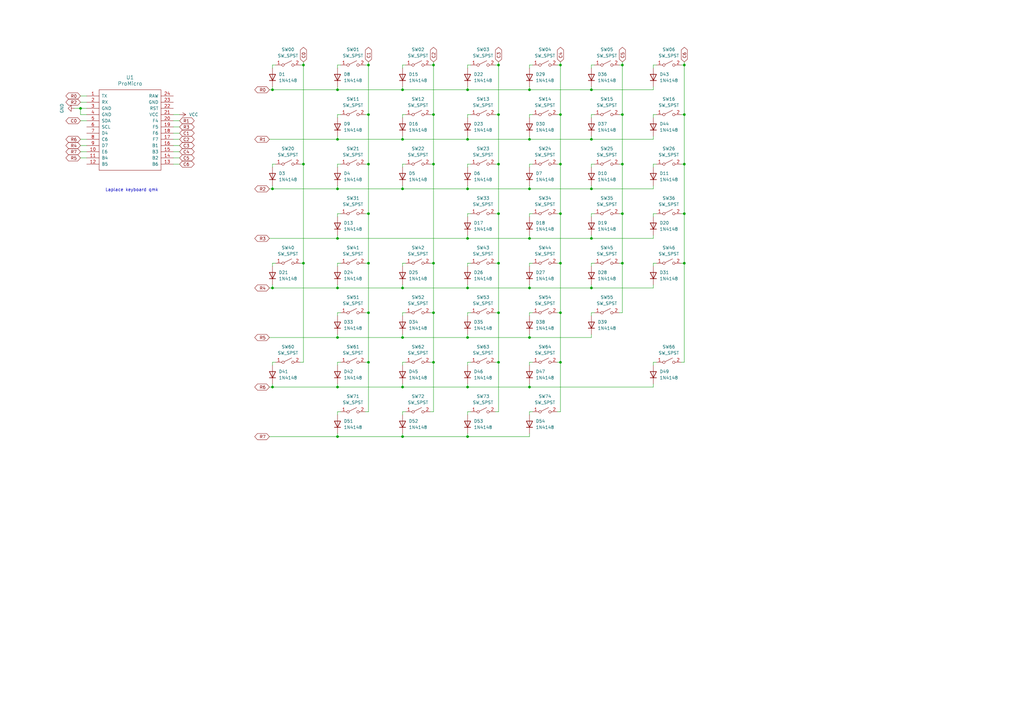
<source format=kicad_sch>
(kicad_sch (version 20230121) (generator eeschema)
  (paper "A3")
  (junction (at 242.57 57.15))
  (junction (at 204.47 128.27))
  (junction (at 165.1 158.75))
  (junction (at 242.57 36.83))
  (junction (at 177.8 46.99))
  (junction (at 280.67 107.95))
  (junction (at 217.17 97.79))
  (junction (at 204.47 46.99))
  (junction (at 242.57 97.79))
  (junction (at 280.67 67.31))
  (junction (at 242.57 77.47))
  (junction (at 111.76 158.75))
  (junction (at 177.8 128.27))
  (junction (at 165.1 36.83))
  (junction (at 124.46 107.95))
  (junction (at 191.77 97.79))
  (junction (at 151.13 107.95))
  (junction (at 138.43 179.07))
  (junction (at 280.67 87.63))
  (junction (at 217.17 118.11))
  (junction (at 255.27 87.63))
  (junction (at 191.77 77.47))
  (junction (at 124.46 26.67))
  (junction (at 229.87 128.27))
  (junction (at 165.1 77.47))
  (junction (at 177.8 148.59))
  (junction (at 151.13 67.31))
  (junction (at 111.76 77.47))
  (junction (at 151.13 128.27))
  (junction (at 151.13 26.67))
  (junction (at 165.1 57.15))
  (junction (at 165.1 118.11))
  (junction (at 124.46 67.31))
  (junction (at 138.43 158.75))
  (junction (at 255.27 26.67))
  (junction (at 242.57 118.11))
  (junction (at 191.77 57.15))
  (junction (at 229.87 148.59))
  (junction (at 33.02 44.45))
  (junction (at 204.47 107.95))
  (junction (at 177.8 67.31))
  (junction (at 229.87 67.31))
  (junction (at 165.1 179.07))
  (junction (at 229.87 46.99))
  (junction (at 217.17 77.47))
  (junction (at 138.43 97.79))
  (junction (at 111.76 36.83))
  (junction (at 177.8 26.67))
  (junction (at 229.87 87.63))
  (junction (at 191.77 158.75))
  (junction (at 217.17 36.83))
  (junction (at 217.17 57.15))
  (junction (at 138.43 57.15))
  (junction (at 151.13 46.99))
  (junction (at 191.77 138.43))
  (junction (at 204.47 26.67))
  (junction (at 138.43 118.11))
  (junction (at 255.27 67.31))
  (junction (at 151.13 148.59))
  (junction (at 255.27 46.99))
  (junction (at 138.43 77.47))
  (junction (at 280.67 26.67))
  (junction (at 204.47 87.63))
  (junction (at 138.43 138.43))
  (junction (at 191.77 118.11))
  (junction (at 138.43 36.83))
  (junction (at 111.76 118.11))
  (junction (at 229.87 107.95))
  (junction (at 191.77 179.07))
  (junction (at 217.17 158.75))
  (junction (at 217.17 138.43))
  (junction (at 204.47 148.59))
  (junction (at 229.87 26.67))
  (junction (at 204.47 67.31))
  (junction (at 151.13 87.63))
  (junction (at 177.8 107.95))
  (junction (at 255.27 107.95))
  (junction (at 165.1 138.43))
  (junction (at 191.77 36.83))
  (junction (at 280.67 46.99))
  (wire (pts (xy 71.12 46.99) (xy 73.66 46.99)))
  (wire (pts (xy 191.77 138.43) (xy 217.17 138.43)))
  (wire (pts (xy 191.77 170.18) (xy 191.77 168.91)))
  (wire (pts (xy 242.57 87.63) (xy 243.84 87.63)))
  (wire (pts (xy 73.66 52.07) (xy 71.12 52.07)))
  (wire (pts (xy 151.13 128.27) (xy 151.13 148.59)))
  (wire (pts (xy 165.1 27.94) (xy 165.1 26.67)))
  (wire (pts (xy 217.17 129.54) (xy 217.17 128.27)))
  (wire (pts (xy 138.43 35.56) (xy 138.43 36.83)))
  (wire (pts (xy 165.1 76.2) (xy 165.1 77.47)))
  (wire (pts (xy 217.17 88.9) (xy 217.17 87.63)))
  (wire (pts (xy 191.77 26.67) (xy 193.04 26.67)))
  (wire (pts (xy 33.02 49.53) (xy 35.56 49.53)))
  (wire (pts (xy 242.57 109.22) (xy 242.57 107.95)))
  (wire (pts (xy 204.47 46.99) (xy 204.47 67.31)))
  (wire (pts (xy 204.47 46.99) (xy 203.2 46.99)))
  (wire (pts (xy 138.43 48.26) (xy 138.43 46.99)))
  (wire (pts (xy 242.57 107.95) (xy 243.84 107.95)))
  (wire (pts (xy 138.43 138.43) (xy 165.1 138.43)))
  (wire (pts (xy 229.87 87.63) (xy 229.87 107.95)))
  (wire (pts (xy 280.67 87.63) (xy 280.67 107.95)))
  (wire (pts (xy 217.17 109.22) (xy 217.17 107.95)))
  (wire (pts (xy 217.17 107.95) (xy 218.44 107.95)))
  (wire (pts (xy 73.66 62.23) (xy 71.12 62.23)))
  (wire (pts (xy 204.47 148.59) (xy 203.2 148.59)))
  (wire (pts (xy 151.13 148.59) (xy 149.86 148.59)))
  (wire (pts (xy 151.13 107.95) (xy 149.86 107.95)))
  (wire (pts (xy 177.8 168.91) (xy 176.53 168.91)))
  (wire (pts (xy 138.43 168.91) (xy 139.7 168.91)))
  (wire (pts (xy 110.49 57.15) (xy 138.43 57.15)))
  (wire (pts (xy 242.57 76.2) (xy 242.57 77.47)))
  (wire (pts (xy 204.47 128.27) (xy 204.47 148.59)))
  (wire (pts (xy 229.87 67.31) (xy 229.87 87.63)))
  (wire (pts (xy 255.27 87.63) (xy 254 87.63)))
  (wire (pts (xy 138.43 57.15) (xy 165.1 57.15)))
  (wire (pts (xy 217.17 77.47) (xy 242.57 77.47)))
  (wire (pts (xy 138.43 179.07) (xy 165.1 179.07)))
  (wire (pts (xy 138.43 148.59) (xy 139.7 148.59)))
  (wire (pts (xy 191.77 46.99) (xy 193.04 46.99)))
  (wire (pts (xy 138.43 88.9) (xy 138.43 87.63)))
  (wire (pts (xy 229.87 67.31) (xy 228.6 67.31)))
  (wire (pts (xy 204.47 87.63) (xy 204.47 107.95)))
  (wire (pts (xy 242.57 118.11) (xy 267.97 118.11)))
  (wire (pts (xy 33.02 59.69) (xy 35.56 59.69)))
  (wire (pts (xy 217.17 157.48) (xy 217.17 158.75)))
  (wire (pts (xy 73.66 59.69) (xy 71.12 59.69)))
  (wire (pts (xy 217.17 55.88) (xy 217.17 57.15)))
  (wire (pts (xy 217.17 118.11) (xy 242.57 118.11)))
  (wire (pts (xy 191.77 157.48) (xy 191.77 158.75)))
  (wire (pts (xy 124.46 67.31) (xy 124.46 107.95)))
  (wire (pts (xy 33.02 39.37) (xy 35.56 39.37)))
  (wire (pts (xy 191.77 148.59) (xy 193.04 148.59)))
  (wire (pts (xy 35.56 46.99) (xy 33.02 46.99)))
  (wire (pts (xy 111.76 148.59) (xy 113.03 148.59)))
  (wire (pts (xy 151.13 46.99) (xy 151.13 67.31)))
  (wire (pts (xy 242.57 57.15) (xy 267.97 57.15)))
  (wire (pts (xy 280.67 46.99) (xy 279.4 46.99)))
  (wire (pts (xy 217.17 35.56) (xy 217.17 36.83)))
  (wire (pts (xy 30.48 44.45) (xy 33.02 44.45)))
  (wire (pts (xy 217.17 158.75) (xy 267.97 158.75)))
  (wire (pts (xy 165.1 128.27) (xy 166.37 128.27)))
  (wire (pts (xy 111.76 157.48) (xy 111.76 158.75)))
  (wire (pts (xy 229.87 107.95) (xy 228.6 107.95)))
  (wire (pts (xy 165.1 158.75) (xy 191.77 158.75)))
  (wire (pts (xy 191.77 87.63) (xy 193.04 87.63)))
  (wire (pts (xy 124.46 67.31) (xy 123.19 67.31)))
  (wire (pts (xy 191.77 129.54) (xy 191.77 128.27)))
  (wire (pts (xy 151.13 25.4) (xy 151.13 26.67)))
  (wire (pts (xy 33.02 44.45) (xy 33.02 46.99)))
  (wire (pts (xy 165.1 116.84) (xy 165.1 118.11)))
  (wire (pts (xy 111.76 76.2) (xy 111.76 77.47)))
  (wire (pts (xy 138.43 96.52) (xy 138.43 97.79)))
  (wire (pts (xy 138.43 97.79) (xy 191.77 97.79)))
  (wire (pts (xy 242.57 46.99) (xy 243.84 46.99)))
  (wire (pts (xy 217.17 36.83) (xy 242.57 36.83)))
  (wire (pts (xy 111.76 67.31) (xy 113.03 67.31)))
  (wire (pts (xy 242.57 96.52) (xy 242.57 97.79)))
  (wire (pts (xy 151.13 128.27) (xy 149.86 128.27)))
  (wire (pts (xy 280.67 107.95) (xy 279.4 107.95)))
  (wire (pts (xy 138.43 27.94) (xy 138.43 26.67)))
  (wire (pts (xy 191.77 109.22) (xy 191.77 107.95)))
  (wire (pts (xy 151.13 87.63) (xy 149.86 87.63)))
  (wire (pts (xy 191.77 168.91) (xy 193.04 168.91)))
  (wire (pts (xy 165.1 107.95) (xy 166.37 107.95)))
  (wire (pts (xy 177.8 26.67) (xy 177.8 46.99)))
  (wire (pts (xy 267.97 116.84) (xy 267.97 118.11)))
  (wire (pts (xy 138.43 149.86) (xy 138.43 148.59)))
  (wire (pts (xy 165.1 170.18) (xy 165.1 168.91)))
  (wire (pts (xy 204.47 26.67) (xy 203.2 26.67)))
  (wire (pts (xy 217.17 148.59) (xy 218.44 148.59)))
  (wire (pts (xy 111.76 26.67) (xy 113.03 26.67)))
  (wire (pts (xy 191.77 158.75) (xy 217.17 158.75)))
  (wire (pts (xy 280.67 107.95) (xy 280.67 148.59)))
  (wire (pts (xy 204.47 26.67) (xy 204.47 46.99)))
  (wire (pts (xy 110.49 97.79) (xy 138.43 97.79)))
  (wire (pts (xy 217.17 128.27) (xy 218.44 128.27)))
  (wire (pts (xy 111.76 27.94) (xy 111.76 26.67)))
  (wire (pts (xy 204.47 128.27) (xy 203.2 128.27)))
  (wire (pts (xy 242.57 48.26) (xy 242.57 46.99)))
  (wire (pts (xy 124.46 26.67) (xy 123.19 26.67)))
  (wire (pts (xy 165.1 36.83) (xy 191.77 36.83)))
  (wire (pts (xy 165.1 138.43) (xy 191.77 138.43)))
  (wire (pts (xy 33.02 41.91) (xy 35.56 41.91)))
  (wire (pts (xy 204.47 67.31) (xy 204.47 87.63)))
  (wire (pts (xy 191.77 137.16) (xy 191.77 138.43)))
  (wire (pts (xy 267.97 157.48) (xy 267.97 158.75)))
  (wire (pts (xy 191.77 48.26) (xy 191.77 46.99)))
  (wire (pts (xy 191.77 77.47) (xy 217.17 77.47)))
  (wire (pts (xy 165.1 177.8) (xy 165.1 179.07)))
  (wire (pts (xy 151.13 87.63) (xy 151.13 107.95)))
  (wire (pts (xy 267.97 67.31) (xy 269.24 67.31)))
  (wire (pts (xy 229.87 168.91) (xy 228.6 168.91)))
  (wire (pts (xy 267.97 68.58) (xy 267.97 67.31)))
  (wire (pts (xy 165.1 57.15) (xy 191.77 57.15)))
  (wire (pts (xy 165.1 168.91) (xy 166.37 168.91)))
  (wire (pts (xy 280.67 26.67) (xy 280.67 46.99)))
  (wire (pts (xy 217.17 57.15) (xy 242.57 57.15)))
  (wire (pts (xy 204.47 67.31) (xy 203.2 67.31)))
  (wire (pts (xy 229.87 46.99) (xy 228.6 46.99)))
  (wire (pts (xy 165.1 46.99) (xy 166.37 46.99)))
  (wire (pts (xy 138.43 116.84) (xy 138.43 118.11)))
  (wire (pts (xy 280.67 67.31) (xy 279.4 67.31)))
  (wire (pts (xy 165.1 137.16) (xy 165.1 138.43)))
  (wire (pts (xy 138.43 107.95) (xy 139.7 107.95)))
  (wire (pts (xy 111.76 36.83) (xy 138.43 36.83)))
  (wire (pts (xy 110.49 36.83) (xy 111.76 36.83)))
  (wire (pts (xy 138.43 109.22) (xy 138.43 107.95)))
  (wire (pts (xy 110.49 179.07) (xy 138.43 179.07)))
  (wire (pts (xy 242.57 36.83) (xy 267.97 36.83)))
  (wire (pts (xy 217.17 48.26) (xy 217.17 46.99)))
  (wire (pts (xy 124.46 148.59) (xy 123.19 148.59)))
  (wire (pts (xy 255.27 46.99) (xy 254 46.99)))
  (wire (pts (xy 229.87 148.59) (xy 229.87 168.91)))
  (wire (pts (xy 151.13 168.91) (xy 149.86 168.91)))
  (wire (pts (xy 124.46 25.4) (xy 124.46 26.67)))
  (wire (pts (xy 111.76 68.58) (xy 111.76 67.31)))
  (wire (pts (xy 267.97 55.88) (xy 267.97 57.15)))
  (wire (pts (xy 217.17 87.63) (xy 218.44 87.63)))
  (wire (pts (xy 229.87 148.59) (xy 228.6 148.59)))
  (wire (pts (xy 151.13 26.67) (xy 149.86 26.67)))
  (wire (pts (xy 255.27 26.67) (xy 255.27 46.99)))
  (wire (pts (xy 229.87 87.63) (xy 228.6 87.63)))
  (wire (pts (xy 138.43 177.8) (xy 138.43 179.07)))
  (wire (pts (xy 217.17 137.16) (xy 217.17 138.43)))
  (wire (pts (xy 110.49 138.43) (xy 138.43 138.43)))
  (wire (pts (xy 242.57 128.27) (xy 243.84 128.27)))
  (wire (pts (xy 229.87 128.27) (xy 229.87 148.59)))
  (wire (pts (xy 204.47 87.63) (xy 203.2 87.63)))
  (wire (pts (xy 255.27 46.99) (xy 255.27 67.31)))
  (wire (pts (xy 217.17 67.31) (xy 218.44 67.31)))
  (wire (pts (xy 217.17 68.58) (xy 217.17 67.31)))
  (wire (pts (xy 138.43 118.11) (xy 165.1 118.11)))
  (wire (pts (xy 33.02 57.15) (xy 35.56 57.15)))
  (wire (pts (xy 73.66 57.15) (xy 71.12 57.15)))
  (wire (pts (xy 280.67 46.99) (xy 280.67 67.31)))
  (wire (pts (xy 267.97 96.52) (xy 267.97 97.79)))
  (wire (pts (xy 267.97 107.95) (xy 269.24 107.95)))
  (wire (pts (xy 191.77 67.31) (xy 193.04 67.31)))
  (wire (pts (xy 165.1 67.31) (xy 166.37 67.31)))
  (wire (pts (xy 124.46 26.67) (xy 124.46 67.31)))
  (wire (pts (xy 267.97 148.59) (xy 269.24 148.59)))
  (wire (pts (xy 177.8 46.99) (xy 177.8 67.31)))
  (wire (pts (xy 110.49 158.75) (xy 111.76 158.75)))
  (wire (pts (xy 177.8 107.95) (xy 176.53 107.95)))
  (wire (pts (xy 267.97 26.67) (xy 269.24 26.67)))
  (wire (pts (xy 165.1 77.47) (xy 191.77 77.47)))
  (wire (pts (xy 165.1 129.54) (xy 165.1 128.27)))
  (wire (pts (xy 255.27 87.63) (xy 255.27 107.95)))
  (wire (pts (xy 191.77 107.95) (xy 193.04 107.95)))
  (wire (pts (xy 138.43 26.67) (xy 139.7 26.67)))
  (wire (pts (xy 177.8 128.27) (xy 177.8 148.59)))
  (wire (pts (xy 177.8 67.31) (xy 176.53 67.31)))
  (wire (pts (xy 177.8 46.99) (xy 176.53 46.99)))
  (wire (pts (xy 242.57 97.79) (xy 267.97 97.79)))
  (wire (pts (xy 267.97 76.2) (xy 267.97 77.47)))
  (wire (pts (xy 229.87 26.67) (xy 229.87 46.99)))
  (wire (pts (xy 191.77 179.07) (xy 217.17 179.07)))
  (wire (pts (xy 110.49 77.47) (xy 111.76 77.47)))
  (wire (pts (xy 255.27 26.67) (xy 254 26.67)))
  (wire (pts (xy 165.1 179.07) (xy 191.77 179.07)))
  (wire (pts (xy 255.27 107.95) (xy 254 107.95)))
  (wire (pts (xy 138.43 157.48) (xy 138.43 158.75)))
  (wire (pts (xy 267.97 149.86) (xy 267.97 148.59)))
  (wire (pts (xy 191.77 55.88) (xy 191.77 57.15)))
  (wire (pts (xy 151.13 148.59) (xy 151.13 168.91)))
  (wire (pts (xy 35.56 44.45) (xy 33.02 44.45)))
  (wire (pts (xy 204.47 107.95) (xy 204.47 128.27)))
  (wire (pts (xy 138.43 46.99) (xy 139.7 46.99)))
  (wire (pts (xy 138.43 55.88) (xy 138.43 57.15)))
  (wire (pts (xy 165.1 48.26) (xy 165.1 46.99)))
  (wire (pts (xy 138.43 129.54) (xy 138.43 128.27)))
  (wire (pts (xy 242.57 129.54) (xy 242.57 128.27)))
  (wire (pts (xy 280.67 148.59) (xy 279.4 148.59)))
  (wire (pts (xy 138.43 76.2) (xy 138.43 77.47)))
  (wire (pts (xy 217.17 76.2) (xy 217.17 77.47)))
  (wire (pts (xy 151.13 26.67) (xy 151.13 46.99)))
  (wire (pts (xy 165.1 35.56) (xy 165.1 36.83)))
  (wire (pts (xy 191.77 177.8) (xy 191.77 179.07)))
  (wire (pts (xy 229.87 26.67) (xy 228.6 26.67)))
  (wire (pts (xy 111.76 77.47) (xy 138.43 77.47)))
  (wire (pts (xy 165.1 118.11) (xy 191.77 118.11)))
  (wire (pts (xy 177.8 26.67) (xy 176.53 26.67)))
  (wire (pts (xy 177.8 148.59) (xy 176.53 148.59)))
  (wire (pts (xy 267.97 46.99) (xy 269.24 46.99)))
  (wire (pts (xy 267.97 109.22) (xy 267.97 107.95)))
  (wire (pts (xy 33.02 62.23) (xy 35.56 62.23)))
  (wire (pts (xy 204.47 148.59) (xy 204.47 168.91)))
  (wire (pts (xy 242.57 55.88) (xy 242.57 57.15)))
  (wire (pts (xy 165.1 26.67) (xy 166.37 26.67)))
  (wire (pts (xy 255.27 107.95) (xy 255.27 128.27)))
  (wire (pts (xy 177.8 25.4) (xy 177.8 26.67)))
  (wire (pts (xy 165.1 157.48) (xy 165.1 158.75)))
  (wire (pts (xy 151.13 67.31) (xy 149.86 67.31)))
  (wire (pts (xy 138.43 36.83) (xy 165.1 36.83)))
  (wire (pts (xy 217.17 168.91) (xy 218.44 168.91)))
  (wire (pts (xy 242.57 68.58) (xy 242.57 67.31)))
  (wire (pts (xy 217.17 149.86) (xy 217.17 148.59)))
  (wire (pts (xy 191.77 128.27) (xy 193.04 128.27)))
  (wire (pts (xy 111.76 116.84) (xy 111.76 118.11)))
  (wire (pts (xy 217.17 170.18) (xy 217.17 168.91)))
  (wire (pts (xy 111.76 109.22) (xy 111.76 107.95)))
  (wire (pts (xy 267.97 27.94) (xy 267.97 26.67)))
  (wire (pts (xy 217.17 27.94) (xy 217.17 26.67)))
  (wire (pts (xy 267.97 48.26) (xy 267.97 46.99)))
  (wire (pts (xy 165.1 109.22) (xy 165.1 107.95)))
  (wire (pts (xy 151.13 67.31) (xy 151.13 87.63)))
  (wire (pts (xy 217.17 26.67) (xy 218.44 26.67)))
  (wire (pts (xy 165.1 68.58) (xy 165.1 67.31)))
  (wire (pts (xy 165.1 55.88) (xy 165.1 57.15)))
  (wire (pts (xy 138.43 77.47) (xy 165.1 77.47)))
  (wire (pts (xy 204.47 168.91) (xy 203.2 168.91)))
  (wire (pts (xy 280.67 67.31) (xy 280.67 87.63)))
  (wire (pts (xy 217.17 97.79) (xy 242.57 97.79)))
  (wire (pts (xy 255.27 67.31) (xy 255.27 87.63)))
  (wire (pts (xy 33.02 64.77) (xy 35.56 64.77)))
  (wire (pts (xy 165.1 149.86) (xy 165.1 148.59)))
  (wire (pts (xy 280.67 26.67) (xy 279.4 26.67)))
  (wire (pts (xy 242.57 77.47) (xy 267.97 77.47)))
  (wire (pts (xy 111.76 158.75) (xy 138.43 158.75)))
  (wire (pts (xy 151.13 107.95) (xy 151.13 128.27)))
  (wire (pts (xy 242.57 137.16) (xy 242.57 138.43)))
  (wire (pts (xy 191.77 118.11) (xy 217.17 118.11)))
  (wire (pts (xy 229.87 128.27) (xy 228.6 128.27)))
  (wire (pts (xy 280.67 87.63) (xy 279.4 87.63)))
  (wire (pts (xy 138.43 137.16) (xy 138.43 138.43)))
  (wire (pts (xy 242.57 67.31) (xy 243.84 67.31)))
  (wire (pts (xy 217.17 138.43) (xy 242.57 138.43)))
  (wire (pts (xy 280.67 25.4) (xy 280.67 26.67)))
  (wire (pts (xy 191.77 149.86) (xy 191.77 148.59)))
  (wire (pts (xy 242.57 88.9) (xy 242.57 87.63)))
  (wire (pts (xy 204.47 25.4) (xy 204.47 26.67)))
  (wire (pts (xy 73.66 67.31) (xy 71.12 67.31)))
  (wire (pts (xy 217.17 116.84) (xy 217.17 118.11)))
  (wire (pts (xy 165.1 148.59) (xy 166.37 148.59)))
  (wire (pts (xy 110.49 118.11) (xy 111.76 118.11)))
  (wire (pts (xy 229.87 107.95) (xy 229.87 128.27)))
  (wire (pts (xy 191.77 36.83) (xy 217.17 36.83)))
  (wire (pts (xy 229.87 46.99) (xy 229.87 67.31)))
  (wire (pts (xy 267.97 35.56) (xy 267.97 36.83)))
  (wire (pts (xy 267.97 88.9) (xy 267.97 87.63)))
  (wire (pts (xy 267.97 87.63) (xy 269.24 87.63)))
  (wire (pts (xy 191.77 116.84) (xy 191.77 118.11)))
  (wire (pts (xy 111.76 35.56) (xy 111.76 36.83)))
  (wire (pts (xy 255.27 67.31) (xy 254 67.31)))
  (wire (pts (xy 217.17 96.52) (xy 217.17 97.79)))
  (wire (pts (xy 138.43 128.27) (xy 139.7 128.27)))
  (wire (pts (xy 191.77 88.9) (xy 191.77 87.63)))
  (wire (pts (xy 217.17 177.8) (xy 217.17 179.07)))
  (wire (pts (xy 191.77 76.2) (xy 191.77 77.47)))
  (wire (pts (xy 138.43 87.63) (xy 139.7 87.63)))
  (wire (pts (xy 177.8 128.27) (xy 176.53 128.27)))
  (wire (pts (xy 177.8 148.59) (xy 177.8 168.91)))
  (wire (pts (xy 138.43 170.18) (xy 138.43 168.91)))
  (wire (pts (xy 255.27 25.4) (xy 255.27 26.67)))
  (wire (pts (xy 138.43 67.31) (xy 139.7 67.31)))
  (wire (pts (xy 111.76 107.95) (xy 113.03 107.95)))
  (wire (pts (xy 191.77 97.79) (xy 217.17 97.79)))
  (wire (pts (xy 242.57 27.94) (xy 242.57 26.67)))
  (wire (pts (xy 111.76 118.11) (xy 138.43 118.11)))
  (wire (pts (xy 73.66 49.53) (xy 71.12 49.53)))
  (wire (pts (xy 191.77 68.58) (xy 191.77 67.31)))
  (wire (pts (xy 191.77 96.52) (xy 191.77 97.79)))
  (wire (pts (xy 217.17 46.99) (xy 218.44 46.99)))
  (wire (pts (xy 177.8 67.31) (xy 177.8 107.95)))
  (wire (pts (xy 229.87 25.4) (xy 229.87 26.67)))
  (wire (pts (xy 191.77 27.94) (xy 191.77 26.67)))
  (wire (pts (xy 242.57 35.56) (xy 242.57 36.83)))
  (wire (pts (xy 111.76 149.86) (xy 111.76 148.59)))
  (wire (pts (xy 255.27 128.27) (xy 254 128.27)))
  (wire (pts (xy 242.57 116.84) (xy 242.57 118.11)))
  (wire (pts (xy 73.66 64.77) (xy 71.12 64.77)))
  (wire (pts (xy 151.13 46.99) (xy 149.86 46.99)))
  (wire (pts (xy 138.43 68.58) (xy 138.43 67.31)))
  (wire (pts (xy 138.43 158.75) (xy 165.1 158.75)))
  (wire (pts (xy 177.8 107.95) (xy 177.8 128.27)))
  (wire (pts (xy 191.77 35.56) (xy 191.77 36.83)))
  (wire (pts (xy 124.46 107.95) (xy 123.19 107.95)))
  (wire (pts (xy 73.66 54.61) (xy 71.12 54.61)))
  (wire (pts (xy 242.57 26.67) (xy 243.84 26.67)))
  (wire (pts (xy 191.77 57.15) (xy 217.17 57.15)))
  (wire (pts (xy 204.47 107.95) (xy 203.2 107.95)))
  (wire (pts (xy 124.46 107.95) (xy 124.46 148.59)))
  (text "Laplace keyboard qmk" (at 43.18 78.74 0) (effects (font (size 1.27 1.27)) (justify left bottom)))
  (global_label "R6" (shape bidirectional) (at 110.49 158.75 180) (property "Intersheetrefs" "${INTERSHEET_REFS}" (effects hide)))
  (global_label "C0" (shape bidirectional) (at 124.46 25.4 90) (property "Intersheetrefs" "${INTERSHEET_REFS}" (effects hide)))
  (global_label "R4" (shape bidirectional) (at 33.02 59.69 180) (property "Intersheetrefs" "${INTERSHEET_REFS}" (effects hide)))
  (global_label "R3" (shape bidirectional) (at 73.66 52.07 0) (property "Intersheetrefs" "${INTERSHEET_REFS}" (effects hide)))
  (global_label "R3" (shape bidirectional) (at 110.49 97.79 180) (property "Intersheetrefs" "${INTERSHEET_REFS}" (effects hide)))
  (global_label "R0" (shape bidirectional) (at 33.02 39.37 180) (property "Intersheetrefs" "${INTERSHEET_REFS}" (effects hide)))
  (global_label "R2" (shape bidirectional) (at 33.02 41.91 180) (property "Intersheetrefs" "${INTERSHEET_REFS}" (effects hide)))
  (global_label "R4" (shape bidirectional) (at 110.49 118.11 180) (property "Intersheetrefs" "${INTERSHEET_REFS}" (effects hide)))
  (global_label "C5" (shape bidirectional) (at 255.27 25.4 90) (property "Intersheetrefs" "${INTERSHEET_REFS}" (effects hide)))
  (global_label "C4" (shape bidirectional) (at 73.66 62.23 0) (property "Intersheetrefs" "${INTERSHEET_REFS}" (effects hide)))
  (global_label "C2" (shape bidirectional) (at 73.66 57.15 0) (property "Intersheetrefs" "${INTERSHEET_REFS}" (effects hide)))
  (global_label "C4" (shape bidirectional) (at 229.87 25.4 90) (property "Intersheetrefs" "${INTERSHEET_REFS}" (effects hide)))
  (global_label "C1" (shape bidirectional) (at 151.13 25.4 90) (property "Intersheetrefs" "${INTERSHEET_REFS}" (effects hide)))
  (global_label "R1" (shape bidirectional) (at 73.66 49.53 0) (property "Intersheetrefs" "${INTERSHEET_REFS}" (effects hide)))
  (global_label "C1" (shape bidirectional) (at 73.66 54.61 0) (property "Intersheetrefs" "${INTERSHEET_REFS}" (effects hide)))
  (global_label "R0" (shape bidirectional) (at 110.49 36.83 180) (property "Intersheetrefs" "${INTERSHEET_REFS}" (effects hide)))
  (global_label "C5" (shape bidirectional) (at 73.66 64.77 0) (property "Intersheetrefs" "${INTERSHEET_REFS}" (effects hide)))
  (global_label "R2" (shape bidirectional) (at 110.49 77.47 180) (property "Intersheetrefs" "${INTERSHEET_REFS}" (effects hide)))
  (global_label "R5" (shape bidirectional) (at 33.02 64.77 180) (property "Intersheetrefs" "${INTERSHEET_REFS}" (effects hide)))
  (global_label "C3" (shape bidirectional) (at 73.66 59.69 0) (property "Intersheetrefs" "${INTERSHEET_REFS}" (effects hide)))
  (global_label "R5" (shape bidirectional) (at 110.49 138.43 180) (property "Intersheetrefs" "${INTERSHEET_REFS}" (effects hide)))
  (global_label "C2" (shape bidirectional) (at 177.8 25.4 90) (property "Intersheetrefs" "${INTERSHEET_REFS}" (effects hide)))
  (global_label "C6" (shape bidirectional) (at 280.67 25.4 90) (property "Intersheetrefs" "${INTERSHEET_REFS}" (effects hide)))
  (global_label "R6" (shape bidirectional) (at 33.02 57.15 180) (property "Intersheetrefs" "${INTERSHEET_REFS}" (effects hide)))
  (global_label "C3" (shape bidirectional) (at 204.47 25.4 90) (property "Intersheetrefs" "${INTERSHEET_REFS}" (effects hide)))
  (global_label "C6" (shape bidirectional) (at 73.66 67.31 0) (property "Intersheetrefs" "${INTERSHEET_REFS}" (effects hide)))
  (global_label "R1" (shape bidirectional) (at 110.49 57.15 180) (property "Intersheetrefs" "${INTERSHEET_REFS}" (effects hide)))
  (global_label "C0" (shape bidirectional) (at 33.02 49.53 180) (property "Intersheetrefs" "${INTERSHEET_REFS}" (effects hide)))
  (global_label "R7" (shape bidirectional) (at 110.49 179.07 180) (property "Intersheetrefs" "${INTERSHEET_REFS}" (effects hide)))
  (global_label "R7" (shape bidirectional) (at 33.02 62.23 180) (property "Intersheetrefs" "${INTERSHEET_REFS}" (effects hide)))
  (symbol (lib_id "Switch:SW_SPST") (at 171.45 107.95 0) (unit 1)
    (property "Reference" "SW42" (at 171.45 101.6 0))
    (property "Value" "SW_SPST" (at 171.45 104.14 0))
    (property "Footprint" "MyLibrary:SW_Cherry_MX_PCB" (effects hide))
  )
  (symbol (lib_id "Diode:1N4148") (at 242.57 72.39 90) (unit 1)
    (property "Reference" "D10" (at 245.11 71.12 90) (effects (justify right)))
    (property "Value" "1N4148" (at 245.11 73.66 90) (effects (justify right)))
    (property "Footprint" "Diode_THT:D_DO-35_SOD27_P7.62mm_Horizontal" (effects hide))
    (property "Datasheet" "https://assets.nexperia.com/documents/data-sheet/1N4148_1N4448.pdf" (effects hide))
    (property "Sim.Device" "D" (effects hide))
    (property "Sim.Pins" "1=K 2=A" (effects hide))
  )
  (symbol (lib_id "Switch:SW_SPST") (at 248.92 26.67 0) (unit 1)
    (property "Reference" "SW05" (at 248.92 20.32 0))
    (property "Value" "SW_SPST" (at 248.92 22.86 0))
    (property "Footprint" "MyLibrary:SW_Cherry_MX_PCB" (effects hide))
  )
  (symbol (lib_id "Switch:SW_SPST") (at 198.12 107.95 0) (unit 1)
    (property "Reference" "SW43" (at 198.12 101.6 0))
    (property "Value" "SW_SPST" (at 198.12 104.14 0))
    (property "Footprint" "MyLibrary:SW_Cherry_MX_PCB" (effects hide))
  )
  (symbol (lib_id "Switch:SW_SPST") (at 171.45 168.91 0) (unit 1)
    (property "Reference" "SW72" (at 171.45 162.56 0))
    (property "Value" "SW_SPST" (at 171.45 165.1 0))
    (property "Footprint" "MyLibrary:SW_Cherry_MX_PCB" (effects hide))
  )
  (symbol (lib_id "Diode:1N4148") (at 191.77 153.67 90) (unit 1)
    (property "Reference" "D46" (at 194.31 152.4 90) (effects (justify right)))
    (property "Value" "1N4148" (at 194.31 154.94 90) (effects (justify right)))
    (property "Footprint" "Diode_THT:D_DO-35_SOD27_P7.62mm_Horizontal" (effects hide))
    (property "Datasheet" "https://assets.nexperia.com/documents/data-sheet/1N4148_1N4448.pdf" (effects hide))
    (property "Sim.Device" "D" (effects hide))
    (property "Sim.Pins" "1=K 2=A" (effects hide))
  )
  (symbol (lib_id "Switch:SW_SPST") (at 144.78 87.63 0) (unit 1)
    (property "Reference" "SW31" (at 144.78 81.28 0))
    (property "Value" "SW_SPST" (at 144.78 83.82 0))
    (property "Footprint" "MyLibrary:SW_Cherry_MX_PCB" (effects hide))
  )
  (symbol (lib_id "Switch:SW_SPST") (at 248.92 46.99 0) (unit 1)
    (property "Reference" "SW15" (at 248.92 40.64 0))
    (property "Value" "SW_SPST" (at 248.92 43.18 0))
    (property "Footprint" "MyLibrary:SW_Cherry_MX_PCB" (effects hide))
  )
  (symbol (lib_id "Switch:SW_SPST") (at 144.78 67.31 0) (unit 1)
    (property "Reference" "SW21" (at 144.78 60.96 0))
    (property "Value" "SW_SPST" (at 144.78 63.5 0))
    (property "Footprint" "MyLibrary:SW_Cherry_MX_PCB" (effects hide))
  )
  (symbol (lib_id "Switch:SW_SPST") (at 198.12 46.99 0) (unit 1)
    (property "Reference" "SW13" (at 198.12 40.64 0))
    (property "Value" "SW_SPST" (at 198.12 43.18 0))
    (property "Footprint" "MyLibrary:SW_Cherry_MX_PCB" (effects hide))
  )
  (symbol (lib_id "Switch:SW_SPST") (at 248.92 87.63 0) (unit 1)
    (property "Reference" "SW35" (at 248.92 81.28 0))
    (property "Value" "SW_SPST" (at 248.92 83.82 0))
    (property "Footprint" "MyLibrary:SW_Cherry_MX_PCB" (effects hide))
  )
  (symbol (lib_id "Diode:1N4148") (at 191.77 72.39 90) (unit 1)
    (property "Reference" "D6" (at 194.31 71.12 90) (effects (justify right)))
    (property "Value" "1N4148" (at 194.31 73.66 90) (effects (justify right)))
    (property "Footprint" "Diode_THT:D_DO-35_SOD27_P7.62mm_Horizontal" (effects hide))
    (property "Datasheet" "https://assets.nexperia.com/documents/data-sheet/1N4148_1N4448.pdf" (effects hide))
    (property "Sim.Device" "D" (effects hide))
    (property "Sim.Pins" "1=K 2=A" (effects hide))
  )
  (symbol (lib_id "Diode:1N4148") (at 138.43 133.35 90) (unit 1)
    (property "Reference" "D33" (at 140.97 132.08 90) (effects (justify right)))
    (property "Value" "1N4148" (at 140.97 134.62 90) (effects (justify right)))
    (property "Footprint" "Diode_THT:D_DO-35_SOD27_P7.62mm_Horizontal" (effects hide))
    (property "Datasheet" "https://assets.nexperia.com/documents/data-sheet/1N4148_1N4448.pdf" (effects hide))
    (property "Sim.Device" "D" (effects hide))
    (property "Sim.Pins" "1=K 2=A" (effects hide))
  )
  (symbol (lib_id "Diode:1N4148") (at 191.77 52.07 90) (unit 1)
    (property "Reference" "D23" (at 194.31 50.8 90) (effects (justify right)))
    (property "Value" "1N4148" (at 194.31 53.34 90) (effects (justify right)))
    (property "Footprint" "Diode_THT:D_DO-35_SOD27_P7.62mm_Horizontal" (effects hide))
    (property "Datasheet" "https://assets.nexperia.com/documents/data-sheet/1N4148_1N4448.pdf" (effects hide))
    (property "Sim.Device" "D" (effects hide))
    (property "Sim.Pins" "1=K 2=A" (effects hide))
  )
  (symbol (lib_id "Switch:SW_SPST") (at 274.32 87.63 0) (unit 1)
    (property "Reference" "SW36" (at 274.32 81.28 0))
    (property "Value" "SW_SPST" (at 274.32 83.82 0))
    (property "Footprint" "MyLibrary:SW_Cherry_MX_PCB" (effects hide))
  )
  (symbol (lib_id "Diode:1N4148") (at 138.43 92.71 90) (unit 1)
    (property "Reference" "D13" (at 140.97 91.44 90) (effects (justify right)))
    (property "Value" "1N4148" (at 140.97 93.98 90) (effects (justify right)))
    (property "Footprint" "Diode_THT:D_DO-35_SOD27_P7.62mm_Horizontal" (effects hide))
    (property "Datasheet" "https://assets.nexperia.com/documents/data-sheet/1N4148_1N4448.pdf" (effects hide))
    (property "Sim.Device" "D" (effects hide))
    (property "Sim.Pins" "1=K 2=A" (effects hide))
  )
  (symbol (lib_id "Switch:SW_SPST") (at 223.52 67.31 0) (unit 1)
    (property "Reference" "SW24" (at 223.52 60.96 0))
    (property "Value" "SW_SPST" (at 223.52 63.5 0))
    (property "Footprint" "MyLibrary:SW_Cherry_MX_PCB" (effects hide))
  )
  (symbol (lib_id "Switch:SW_SPST") (at 248.92 128.27 0) (unit 1)
    (property "Reference" "SW55" (at 248.92 121.92 0))
    (property "Value" "SW_SPST" (at 248.92 124.46 0))
    (property "Footprint" "MyLibrary:SW_Cherry_MX_PCB" (effects hide))
  )
  (symbol (lib_id "Switch:SW_SPST") (at 171.45 128.27 0) (unit 1)
    (property "Reference" "SW52" (at 171.45 121.92 0))
    (property "Value" "SW_SPST" (at 171.45 124.46 0))
    (property "Footprint" "MyLibrary:SW_Cherry_MX_PCB" (effects hide))
  )
  (symbol (lib_id "Diode:1N4148") (at 165.1 52.07 90) (unit 1)
    (property "Reference" "D16" (at 167.64 50.8 90) (effects (justify right)))
    (property "Value" "1N4148" (at 167.64 53.34 90) (effects (justify right)))
    (property "Footprint" "Diode_THT:D_DO-35_SOD27_P7.62mm_Horizontal" (effects hide))
    (property "Datasheet" "https://assets.nexperia.com/documents/data-sheet/1N4148_1N4448.pdf" (effects hide))
    (property "Sim.Device" "D" (effects hide))
    (property "Sim.Pins" "1=K 2=A" (effects hide))
  )
  (symbol (lib_id "Switch:SW_SPST") (at 274.32 26.67 0) (unit 1)
    (property "Reference" "SW06" (at 274.32 20.32 0))
    (property "Value" "SW_SPST" (at 274.32 22.86 0))
    (property "Footprint" "MyLibrary:SW_Cherry_MX_PCB" (effects hide))
  )
  (symbol (lib_id "Diode:1N4148") (at 217.17 173.99 90) (unit 1)
    (property "Reference" "D54" (at 219.71 172.72 90) (effects (justify right)))
    (property "Value" "1N4148" (at 219.71 175.26 90) (effects (justify right)))
    (property "Footprint" "Diode_THT:D_DO-35_SOD27_P7.62mm_Horizontal" (effects hide))
    (property "Datasheet" "https://assets.nexperia.com/documents/data-sheet/1N4148_1N4448.pdf" (effects hide))
    (property "Sim.Device" "D" (effects hide))
    (property "Sim.Pins" "1=K 2=A" (effects hide))
  )
  (symbol (lib_id "Switch:SW_SPST") (at 144.78 46.99 0) (unit 1)
    (property "Reference" "SW11" (at 144.78 40.64 0))
    (property "Value" "SW_SPST" (at 144.78 43.18 0))
    (property "Footprint" "MyLibrary:SW_Cherry_MX_PCB" (effects hide))
  )
  (symbol (lib_id "Switch:SW_SPST") (at 198.12 128.27 0) (unit 1)
    (property "Reference" "SW53" (at 198.12 121.92 0))
    (property "Value" "SW_SPST" (at 198.12 124.46 0))
    (property "Footprint" "MyLibrary:SW_Cherry_MX_PCB" (effects hide))
  )
  (symbol (lib_id "Switch:SW_SPST") (at 223.52 107.95 0) (unit 1)
    (property "Reference" "SW44" (at 223.52 101.6 0))
    (property "Value" "SW_SPST" (at 223.52 104.14 0))
    (property "Footprint" "MyLibrary:SW_Cherry_MX_PCB" (effects hide))
  )
  (symbol (lib_id "Diode:1N4148") (at 242.57 92.71 90) (unit 1)
    (property "Reference" "D19" (at 245.11 91.44 90) (effects (justify right)))
    (property "Value" "1N4148" (at 245.11 93.98 90) (effects (justify right)))
    (property "Footprint" "Diode_THT:D_DO-35_SOD27_P7.62mm_Horizontal" (effects hide))
    (property "Datasheet" "https://assets.nexperia.com/documents/data-sheet/1N4148_1N4448.pdf" (effects hide))
    (property "Sim.Device" "D" (effects hide))
    (property "Sim.Pins" "1=K 2=A" (effects hide))
  )
  (symbol (lib_id "Diode:1N4148") (at 217.17 113.03 90) (unit 1)
    (property "Reference" "D27" (at 219.71 111.76 90) (effects (justify right)))
    (property "Value" "1N4148" (at 219.71 114.3 90) (effects (justify right)))
    (property "Footprint" "Diode_THT:D_DO-35_SOD27_P7.62mm_Horizontal" (effects hide))
    (property "Datasheet" "https://assets.nexperia.com/documents/data-sheet/1N4148_1N4448.pdf" (effects hide))
    (property "Sim.Device" "D" (effects hide))
    (property "Sim.Pins" "1=K 2=A" (effects hide))
  )
  (symbol (lib_id "Diode:1N4148") (at 191.77 113.03 90) (unit 1)
    (property "Reference" "D26" (at 194.31 111.76 90) (effects (justify right)))
    (property "Value" "1N4148" (at 194.31 114.3 90) (effects (justify right)))
    (property "Footprint" "Diode_THT:D_DO-35_SOD27_P7.62mm_Horizontal" (effects hide))
    (property "Datasheet" "https://assets.nexperia.com/documents/data-sheet/1N4148_1N4448.pdf" (effects hide))
    (property "Sim.Device" "D" (effects hide))
    (property "Sim.Pins" "1=K 2=A" (effects hide))
  )
  (symbol (lib_id "Diode:1N4148") (at 242.57 133.35 90) (unit 1)
    (property "Reference" "D39" (at 245.11 132.08 90) (effects (justify right)))
    (property "Value" "1N4148" (at 245.11 134.62 90) (effects (justify right)))
    (property "Footprint" "Diode_THT:D_DO-35_SOD27_P7.62mm_Horizontal" (effects hide))
    (property "Datasheet" "https://assets.nexperia.com/documents/data-sheet/1N4148_1N4448.pdf" (effects hide))
    (property "Sim.Device" "D" (effects hide))
    (property "Sim.Pins" "1=K 2=A" (effects hide))
  )
  (symbol (lib_id "Switch:SW_SPST") (at 198.12 67.31 0) (unit 1)
    (property "Reference" "SW23" (at 198.12 60.96 0))
    (property "Value" "SW_SPST" (at 198.12 63.5 0))
    (property "Footprint" "MyLibrary:SW_Cherry_MX_PCB" (effects hide))
  )
  (symbol (lib_id "Diode:1N4148") (at 191.77 173.99 90) (unit 1)
    (property "Reference" "D53" (at 194.31 172.72 90) (effects (justify right)))
    (property "Value" "1N4148" (at 194.31 175.26 90) (effects (justify right)))
    (property "Footprint" "Diode_THT:D_DO-35_SOD27_P7.62mm_Horizontal" (effects hide))
    (property "Datasheet" "https://assets.nexperia.com/documents/data-sheet/1N4148_1N4448.pdf" (effects hide))
    (property "Sim.Device" "D" (effects hide))
    (property "Sim.Pins" "1=K 2=A" (effects hide))
  )
  (symbol (lib_id "Switch:SW_SPST") (at 274.32 107.95 0) (unit 1)
    (property "Reference" "SW46" (at 274.32 101.6 0))
    (property "Value" "SW_SPST" (at 274.32 104.14 0))
    (property "Footprint" "MyLibrary:SW_Cherry_MX_PCB" (effects hide))
  )
  (symbol (lib_id "Diode:1N4148") (at 165.1 153.67 90) (unit 1)
    (property "Reference" "D45" (at 167.64 152.4 90) (effects (justify right)))
    (property "Value" "1N4148" (at 167.64 154.94 90) (effects (justify right)))
    (property "Footprint" "Diode_THT:D_DO-35_SOD27_P7.62mm_Horizontal" (effects hide))
    (property "Datasheet" "https://assets.nexperia.com/documents/data-sheet/1N4148_1N4448.pdf" (effects hide))
    (property "Sim.Device" "D" (effects hide))
    (property "Sim.Pins" "1=K 2=A" (effects hide))
  )
  (symbol (lib_id "Diode:1N4148") (at 267.97 72.39 90) (unit 1)
    (property "Reference" "D11" (at 270.51 71.12 90) (effects (justify right)))
    (property "Value" "1N4148" (at 270.51 73.66 90) (effects (justify right)))
    (property "Footprint" "Diode_THT:D_DO-35_SOD27_P7.62mm_Horizontal" (effects hide))
    (property "Datasheet" "https://assets.nexperia.com/documents/data-sheet/1N4148_1N4448.pdf" (effects hide))
    (property "Sim.Device" "D" (effects hide))
    (property "Sim.Pins" "1=K 2=A" (effects hide))
  )
  (symbol (lib_id "Diode:1N4148") (at 267.97 153.67 90) (unit 1)
    (property "Reference" "D49" (at 270.51 152.4 90) (effects (justify right)))
    (property "Value" "1N4148" (at 270.51 154.94 90) (effects (justify right)))
    (property "Footprint" "Diode_THT:D_DO-35_SOD27_P7.62mm_Horizontal" (effects hide))
    (property "Datasheet" "https://assets.nexperia.com/documents/data-sheet/1N4148_1N4448.pdf" (effects hide))
    (property "Sim.Device" "D" (effects hide))
    (property "Sim.Pins" "1=K 2=A" (effects hide))
  )
  (symbol (lib_id "Diode:1N4148") (at 165.1 72.39 90) (unit 1)
    (property "Reference" "D5" (at 167.64 71.12 90) (effects (justify right)))
    (property "Value" "1N4148" (at 167.64 73.66 90) (effects (justify right)))
    (property "Footprint" "Diode_THT:D_DO-35_SOD27_P7.62mm_Horizontal" (effects hide))
    (property "Datasheet" "https://assets.nexperia.com/documents/data-sheet/1N4148_1N4448.pdf" (effects hide))
    (property "Sim.Device" "D" (effects hide))
    (property "Sim.Pins" "1=K 2=A" (effects hide))
  )
  (symbol (lib_id "Diode:1N4148") (at 111.76 31.75 90) (unit 1)
    (property "Reference" "D1" (at 114.3 30.48 90) (effects (justify right)))
    (property "Value" "1N4148" (at 114.3 33.02 90) (effects (justify right)))
    (property "Footprint" "Diode_THT:D_DO-35_SOD27_P7.62mm_Horizontal" (effects hide))
    (property "Datasheet" "https://assets.nexperia.com/documents/data-sheet/1N4148_1N4448.pdf" (effects hide))
    (property "Sim.Device" "D" (effects hide))
    (property "Sim.Pins" "1=K 2=A" (effects hide))
  )
  (symbol (lib_id "Switch:SW_SPST") (at 118.11 107.95 0) (unit 1)
    (property "Reference" "SW40" (at 118.11 101.6 0))
    (property "Value" "SW_SPST" (at 118.11 104.14 0))
    (property "Footprint" "MyLibrary:SW_Cherry_MX_PCB" (effects hide))
  )
  (symbol (lib_id "Diode:1N4148") (at 217.17 133.35 90) (unit 1)
    (property "Reference" "D38" (at 219.71 132.08 90) (effects (justify right)))
    (property "Value" "1N4148" (at 219.71 134.62 90) (effects (justify right)))
    (property "Footprint" "Diode_THT:D_DO-35_SOD27_P7.62mm_Horizontal" (effects hide))
    (property "Datasheet" "https://assets.nexperia.com/documents/data-sheet/1N4148_1N4448.pdf" (effects hide))
    (property "Sim.Device" "D" (effects hide))
    (property "Sim.Pins" "1=K 2=A" (effects hide))
  )
  (symbol (lib_id "power:VCC") (at 73.66 46.99 270) (unit 1)
    (property "Reference" "#PWR02" (effects hide))
    (property "Value" "VCC" (at 77.47 46.99 90) (effects (justify left)))
  )
  (symbol (lib_id "Switch:SW_SPST") (at 144.78 128.27 0) (unit 1)
    (property "Reference" "SW51" (at 144.78 121.92 0))
    (property "Value" "SW_SPST" (at 144.78 124.46 0))
    (property "Footprint" "MyLibrary:SW_Cherry_MX_PCB" (effects hide))
  )
  (symbol (lib_id "Diode:1N4148") (at 138.43 52.07 90) (unit 1)
    (property "Reference" "D9" (at 140.97 50.8 90) (effects (justify right)))
    (property "Value" "1N4148" (at 140.97 53.34 90) (effects (justify right)))
    (property "Footprint" "Diode_THT:D_DO-35_SOD27_P7.62mm_Horizontal" (effects hide))
    (property "Datasheet" "https://assets.nexperia.com/documents/data-sheet/1N4148_1N4448.pdf" (effects hide))
    (property "Sim.Device" "D" (effects hide))
    (property "Sim.Pins" "1=K 2=A" (effects hide))
  )
  (symbol (lib_id "Diode:1N4148") (at 111.76 153.67 90) (unit 1)
    (property "Reference" "D41" (at 114.3 152.4 90) (effects (justify right)))
    (property "Value" "1N4148" (at 114.3 154.94 90) (effects (justify right)))
    (property "Footprint" "Diode_THT:D_DO-35_SOD27_P7.62mm_Horizontal" (effects hide))
    (property "Datasheet" "https://assets.nexperia.com/documents/data-sheet/1N4148_1N4448.pdf" (effects hide))
    (property "Sim.Device" "D" (effects hide))
    (property "Sim.Pins" "1=K 2=A" (effects hide))
  )
  (symbol (lib_id "Diode:1N4148") (at 217.17 153.67 90) (unit 1)
    (property "Reference" "D47" (at 219.71 152.4 90) (effects (justify right)))
    (property "Value" "1N4148" (at 219.71 154.94 90) (effects (justify right)))
    (property "Footprint" "Diode_THT:D_DO-35_SOD27_P7.62mm_Horizontal" (effects hide))
    (property "Datasheet" "https://assets.nexperia.com/documents/data-sheet/1N4148_1N4448.pdf" (effects hide))
    (property "Sim.Device" "D" (effects hide))
    (property "Sim.Pins" "1=K 2=A" (effects hide))
  )
  (symbol (lib_id "Switch:SW_SPST") (at 118.11 148.59 0) (unit 1)
    (property "Reference" "SW60" (at 118.11 142.24 0))
    (property "Value" "SW_SPST" (at 118.11 144.78 0))
    (property "Footprint" "MyLibrary:SW_Cherry_MX_PCB" (effects hide))
  )
  (symbol (lib_id "Diode:1N4148") (at 191.77 92.71 90) (unit 1)
    (property "Reference" "D17" (at 194.31 91.44 90) (effects (justify right)))
    (property "Value" "1N4148" (at 194.31 93.98 90) (effects (justify right)))
    (property "Footprint" "Diode_THT:D_DO-35_SOD27_P7.62mm_Horizontal" (effects hide))
    (property "Datasheet" "https://assets.nexperia.com/documents/data-sheet/1N4148_1N4448.pdf" (effects hide))
    (property "Sim.Device" "D" (effects hide))
    (property "Sim.Pins" "1=K 2=A" (effects hide))
  )
  (symbol (lib_id "Switch:SW_SPST") (at 118.11 67.31 0) (unit 1)
    (property "Reference" "SW20" (at 118.11 60.96 0))
    (property "Value" "SW_SPST" (at 118.11 63.5 0))
    (property "Footprint" "MyLibrary:SW_Cherry_MX_PCB" (effects hide))
  )
  (symbol (lib_id "Switch:SW_SPST") (at 118.11 26.67 0) (unit 1)
    (property "Reference" "SW00" (at 118.11 20.32 0))
    (property "Value" "SW_SPST" (at 118.11 22.86 0))
    (property "Footprint" "MyLibrary:SW_Cherry_MX_PCB" (effects hide))
  )
  (symbol (lib_id "Diode:1N4148") (at 165.1 113.03 90) (unit 1)
    (property "Reference" "D25" (at 167.64 111.76 90) (effects (justify right)))
    (property "Value" "1N4148" (at 167.64 114.3 90) (effects (justify right)))
    (property "Footprint" "Diode_THT:D_DO-35_SOD27_P7.62mm_Horizontal" (effects hide))
    (property "Datasheet" "https://assets.nexperia.com/documents/data-sheet/1N4148_1N4448.pdf" (effects hide))
    (property "Sim.Device" "D" (effects hide))
    (property "Sim.Pins" "1=K 2=A" (effects hide))
  )
  (symbol (lib_id "Diode:1N4148") (at 138.43 153.67 90) (unit 1)
    (property "Reference" "D42" (at 140.97 152.4 90) (effects (justify right)))
    (property "Value" "1N4148" (at 140.97 154.94 90) (effects (justify right)))
    (property "Footprint" "Diode_THT:D_DO-35_SOD27_P7.62mm_Horizontal" (effects hide))
    (property "Datasheet" "https://assets.nexperia.com/documents/data-sheet/1N4148_1N4448.pdf" (effects hide))
    (property "Sim.Device" "D" (effects hide))
    (property "Sim.Pins" "1=K 2=A" (effects hide))
  )
  (symbol (lib_id "Diode:1N4148") (at 138.43 113.03 90) (unit 1)
    (property "Reference" "D24" (at 140.97 111.76 90) (effects (justify right)))
    (property "Value" "1N4148" (at 140.97 114.3 90) (effects (justify right)))
    (property "Footprint" "Diode_THT:D_DO-35_SOD27_P7.62mm_Horizontal" (effects hide))
    (property "Datasheet" "https://assets.nexperia.com/documents/data-sheet/1N4148_1N4448.pdf" (effects hide))
    (property "Sim.Device" "D" (effects hide))
    (property "Sim.Pins" "1=K 2=A" (effects hide))
  )
  (symbol (lib_id "Diode:1N4148") (at 267.97 113.03 90) (unit 1)
    (property "Reference" "D31" (at 270.51 111.76 90) (effects (justify right)))
    (property "Value" "1N4148" (at 270.51 114.3 90) (effects (justify right)))
    (property "Footprint" "Diode_THT:D_DO-35_SOD27_P7.62mm_Horizontal" (effects hide))
    (property "Datasheet" "https://assets.nexperia.com/documents/data-sheet/1N4148_1N4448.pdf" (effects hide))
    (property "Sim.Device" "D" (effects hide))
    (property "Sim.Pins" "1=K 2=A" (effects hide))
  )
  (symbol (lib_id "Diode:1N4148") (at 217.17 52.07 90) (unit 1)
    (property "Reference" "D30" (at 219.71 50.8 90) (effects (justify right)))
    (property "Value" "1N4148" (at 219.71 53.34 90) (effects (justify right)))
    (property "Footprint" "Diode_THT:D_DO-35_SOD27_P7.62mm_Horizontal" (effects hide))
    (property "Datasheet" "https://assets.nexperia.com/documents/data-sheet/1N4148_1N4448.pdf" (effects hide))
    (property "Sim.Device" "D" (effects hide))
    (property "Sim.Pins" "1=K 2=A" (effects hide))
  )
  (symbol (lib_id "Switch:SW_SPST") (at 223.52 168.91 0) (unit 1)
    (property "Reference" "SW74" (at 223.52 162.56 0))
    (property "Value" "SW_SPST" (at 223.52 165.1 0))
    (property "Footprint" "MyLibrary:SW_Cherry_MX_PCB" (effects hide))
  )
  (symbol (lib_id "Diode:1N4148") (at 165.1 133.35 90) (unit 1)
    (property "Reference" "D34" (at 167.64 132.08 90) (effects (justify right)))
    (property "Value" "1N4148" (at 167.64 134.62 90) (effects (justify right)))
    (property "Footprint" "Diode_THT:D_DO-35_SOD27_P7.62mm_Horizontal" (effects hide))
    (property "Datasheet" "https://assets.nexperia.com/documents/data-sheet/1N4148_1N4448.pdf" (effects hide))
    (property "Sim.Device" "D" (effects hide))
    (property "Sim.Pins" "1=K 2=A" (effects hide))
  )
  (symbol (lib_id "Switch:SW_SPST") (at 223.52 148.59 0) (unit 1)
    (property "Reference" "SW64" (at 223.52 142.24 0))
    (property "Value" "SW_SPST" (at 223.52 144.78 0))
    (property "Footprint" "MyLibrary:SW_Cherry_MX_PCB" (effects hide))
  )
  (symbol (lib_id "Switch:SW_SPST") (at 223.52 87.63 0) (unit 1)
    (property "Reference" "SW34" (at 223.52 81.28 0))
    (property "Value" "SW_SPST" (at 223.52 83.82 0))
    (property "Footprint" "MyLibrary:SW_Cherry_MX_PCB" (effects hide))
  )
  (symbol (lib_id "Switch:SW_SPST") (at 171.45 26.67 0) (unit 1)
    (property "Reference" "SW02" (at 171.45 20.32 0))
    (property "Value" "SW_SPST" (at 171.45 22.86 0))
    (property "Footprint" "MyLibrary:SW_Cherry_MX_PCB" (effects hide))
  )
  (symbol (lib_id "Switch:SW_SPST") (at 198.12 87.63 0) (unit 1)
    (property "Reference" "SW33" (at 198.12 81.28 0))
    (property "Value" "SW_SPST" (at 198.12 83.82 0))
    (property "Footprint" "MyLibrary:SW_Cherry_MX_PCB" (effects hide))
  )
  (symbol (lib_id "Diode:1N4148") (at 111.76 113.03 90) (unit 1)
    (property "Reference" "D21" (at 114.3 111.76 90) (effects (justify right)))
    (property "Value" "1N4148" (at 114.3 114.3 90) (effects (justify right)))
    (property "Footprint" "Diode_THT:D_DO-35_SOD27_P7.62mm_Horizontal" (effects hide))
    (property "Datasheet" "https://assets.nexperia.com/documents/data-sheet/1N4148_1N4448.pdf" (effects hide))
    (property "Sim.Device" "D" (effects hide))
    (property "Sim.Pins" "1=K 2=A" (effects hide))
  )
  (symbol (lib_id "Diode:1N4148") (at 242.57 52.07 90) (unit 1)
    (property "Reference" "D37" (at 245.11 50.8 90) (effects (justify right)))
    (property "Value" "1N4148" (at 245.11 53.34 90) (effects (justify right)))
    (property "Footprint" "Diode_THT:D_DO-35_SOD27_P7.62mm_Horizontal" (effects hide))
    (property "Datasheet" "https://assets.nexperia.com/documents/data-sheet/1N4148_1N4448.pdf" (effects hide))
    (property "Sim.Device" "D" (effects hide))
    (property "Sim.Pins" "1=K 2=A" (effects hide))
  )
  (symbol (lib_id "Switch:SW_SPST") (at 274.32 46.99 0) (unit 1)
    (property "Reference" "SW16" (at 274.32 40.64 0))
    (property "Value" "SW_SPST" (at 274.32 43.18 0))
    (property "Footprint" "MyLibrary:SW_Cherry_MX_PCB" (effects hide))
  )
  (symbol (lib_id "Switch:SW_SPST") (at 274.32 67.31 0) (unit 1)
    (property "Reference" "SW26" (at 274.32 60.96 0))
    (property "Value" "SW_SPST" (at 274.32 63.5 0))
    (property "Footprint" "MyLibrary:SW_Cherry_MX_PCB" (effects hide))
  )
  (symbol (lib_id "Diode:1N4148") (at 138.43 173.99 90) (unit 1)
    (property "Reference" "D51" (at 140.97 172.72 90) (effects (justify right)))
    (property "Value" "1N4148" (at 140.97 175.26 90) (effects (justify right)))
    (property "Footprint" "Diode_THT:D_DO-35_SOD27_P7.62mm_Horizontal" (effects hide))
    (property "Datasheet" "https://assets.nexperia.com/documents/data-sheet/1N4148_1N4448.pdf" (effects hide))
    (property "Sim.Device" "D" (effects hide))
    (property "Sim.Pins" "1=K 2=A" (effects hide))
  )
  (symbol (lib_id "Diode:1N4148") (at 267.97 52.07 90) (unit 1)
    (property "Reference" "D44" (at 270.51 50.8 90) (effects (justify right)))
    (property "Value" "1N4148" (at 270.51 53.34 90) (effects (justify right)))
    (property "Footprint" "Diode_THT:D_DO-35_SOD27_P7.62mm_Horizontal" (effects hide))
    (property "Datasheet" "https://assets.nexperia.com/documents/data-sheet/1N4148_1N4448.pdf" (effects hide))
    (property "Sim.Device" "D" (effects hide))
    (property "Sim.Pins" "1=K 2=A" (effects hide))
  )
  (symbol (lib_id "Switch:SW_SPST") (at 144.78 26.67 0) (unit 1)
    (property "Reference" "SW01" (at 144.78 20.32 0))
    (property "Value" "SW_SPST" (at 144.78 22.86 0))
    (property "Footprint" "MyLibrary:SW_Cherry_MX_PCB" (effects hide))
  )
  (symbol (lib_id "Switch:SW_SPST") (at 248.92 107.95 0) (unit 1)
    (property "Reference" "SW45" (at 248.92 101.6 0))
    (property "Value" "SW_SPST" (at 248.92 104.14 0))
    (property "Footprint" "MyLibrary:SW_Cherry_MX_PCB" (effects hide))
  )
  (symbol (lib_id "ProMicro:ProMicro") (at 53.34 58.42 0) (unit 1)
    (property "Reference" "U1" (at 53.34 31.75 0) (effects (font (size 1.524 1.524))))
    (property "Value" "ProMicro" (at 53.34 34.29 0) (effects (font (size 1.524 1.524))))
    (property "Footprint" "MyLibrary:ProMicro" (effects hide))
  )
  (symbol (lib_id "Switch:SW_SPST") (at 171.45 148.59 0) (unit 1)
    (property "Reference" "SW62" (at 171.45 142.24 0))
    (property "Value" "SW_SPST" (at 171.45 144.78 0))
    (property "Footprint" "MyLibrary:SW_Cherry_MX_PCB" (effects hide))
  )
  (symbol (lib_id "Diode:1N4148") (at 217.17 31.75 90) (unit 1)
    (property "Reference" "D29" (at 219.71 30.48 90) (effects (justify right)))
    (property "Value" "1N4148" (at 219.71 33.02 90) (effects (justify right)))
    (property "Footprint" "Diode_THT:D_DO-35_SOD27_P7.62mm_Horizontal" (effects hide))
    (property "Datasheet" "https://assets.nexperia.com/documents/data-sheet/1N4148_1N4448.pdf" (effects hide))
    (property "Sim.Device" "D" (effects hide))
    (property "Sim.Pins" "1=K 2=A" (effects hide))
  )
  (symbol (lib_id "Switch:SW_SPST") (at 144.78 148.59 0) (unit 1)
    (property "Reference" "SW61" (at 144.78 142.24 0))
    (property "Value" "SW_SPST" (at 144.78 144.78 0))
    (property "Footprint" "MyLibrary:SW_Cherry_MX_PCB" (effects hide))
  )
  (symbol (lib_id "power:GND") (at 30.48 44.45 270) (unit 1)
    (property "Reference" "#PWR01" (effects hide))
    (property "Value" "GND" (at 25.4 44.45 0))
  )
  (symbol (lib_id "Diode:1N4148") (at 191.77 133.35 90) (unit 1)
    (property "Reference" "D35" (at 194.31 132.08 90) (effects (justify right)))
    (property "Value" "1N4148" (at 194.31 134.62 90) (effects (justify right)))
    (property "Footprint" "Diode_THT:D_DO-35_SOD27_P7.62mm_Horizontal" (effects hide))
    (property "Datasheet" "https://assets.nexperia.com/documents/data-sheet/1N4148_1N4448.pdf" (effects hide))
    (property "Sim.Device" "D" (effects hide))
    (property "Sim.Pins" "1=K 2=A" (effects hide))
  )
  (symbol (lib_id "Diode:1N4148") (at 111.76 72.39 90) (unit 1)
    (property "Reference" "D3" (at 114.3 71.12 90) (effects (justify right)))
    (property "Value" "1N4148" (at 114.3 73.66 90) (effects (justify right)))
    (property "Footprint" "Diode_THT:D_DO-35_SOD27_P7.62mm_Horizontal" (effects hide))
    (property "Datasheet" "https://assets.nexperia.com/documents/data-sheet/1N4148_1N4448.pdf" (effects hide))
    (property "Sim.Device" "D" (effects hide))
    (property "Sim.Pins" "1=K 2=A" (effects hide))
  )
  (symbol (lib_id "Switch:SW_SPST") (at 274.32 148.59 0) (unit 1)
    (property "Reference" "SW66" (at 274.32 142.24 0))
    (property "Value" "SW_SPST" (at 274.32 144.78 0))
    (property "Footprint" "MyLibrary:SW_Cherry_MX_PCB" (effects hide))
  )
  (symbol (lib_id "Diode:1N4148") (at 242.57 31.75 90) (unit 1)
    (property "Reference" "D36" (at 245.11 30.48 90) (effects (justify right)))
    (property "Value" "1N4148" (at 245.11 33.02 90) (effects (justify right)))
    (property "Footprint" "Diode_THT:D_DO-35_SOD27_P7.62mm_Horizontal" (effects hide))
    (property "Datasheet" "https://assets.nexperia.com/documents/data-sheet/1N4148_1N4448.pdf" (effects hide))
    (property "Sim.Device" "D" (effects hide))
    (property "Sim.Pins" "1=K 2=A" (effects hide))
  )
  (symbol (lib_id "Switch:SW_SPST") (at 144.78 107.95 0) (unit 1)
    (property "Reference" "SW41" (at 144.78 101.6 0))
    (property "Value" "SW_SPST" (at 144.78 104.14 0))
    (property "Footprint" "MyLibrary:SW_Cherry_MX_PCB" (effects hide))
  )
  (symbol (lib_id "Switch:SW_SPST") (at 198.12 168.91 0) (unit 1)
    (property "Reference" "SW73" (at 198.12 162.56 0))
    (property "Value" "SW_SPST" (at 198.12 165.1 0))
    (property "Footprint" "MyLibrary:SW_Cherry_MX_PCB" (effects hide))
  )
  (symbol (lib_id "Diode:1N4148") (at 267.97 92.71 90) (unit 1)
    (property "Reference" "D20" (at 270.51 91.44 90) (effects (justify right)))
    (property "Value" "1N4148" (at 270.51 93.98 90) (effects (justify right)))
    (property "Footprint" "Diode_THT:D_DO-35_SOD27_P7.62mm_Horizontal" (effects hide))
    (property "Datasheet" "https://assets.nexperia.com/documents/data-sheet/1N4148_1N4448.pdf" (effects hide))
    (property "Sim.Device" "D" (effects hide))
    (property "Sim.Pins" "1=K 2=A" (effects hide))
  )
  (symbol (lib_id "Switch:SW_SPST") (at 248.92 67.31 0) (unit 1)
    (property "Reference" "SW25" (at 248.92 60.96 0))
    (property "Value" "SW_SPST" (at 248.92 63.5 0))
    (property "Footprint" "MyLibrary:SW_Cherry_MX_PCB" (effects hide))
  )
  (symbol (lib_id "Diode:1N4148") (at 191.77 31.75 90) (unit 1)
    (property "Reference" "D22" (at 194.31 30.48 90) (effects (justify right)))
    (property "Value" "1N4148" (at 194.31 33.02 90) (effects (justify right)))
    (property "Footprint" "Diode_THT:D_DO-35_SOD27_P7.62mm_Horizontal" (effects hide))
    (property "Datasheet" "https://assets.nexperia.com/documents/data-sheet/1N4148_1N4448.pdf" (effects hide))
    (property "Sim.Device" "D" (effects hide))
    (property "Sim.Pins" "1=K 2=A" (effects hide))
  )
  (symbol (lib_id "Diode:1N4148") (at 242.57 113.03 90) (unit 1)
    (property "Reference" "D28" (at 245.11 111.76 90) (effects (justify right)))
    (property "Value" "1N4148" (at 245.11 114.3 90) (effects (justify right)))
    (property "Footprint" "Diode_THT:D_DO-35_SOD27_P7.62mm_Horizontal" (effects hide))
    (property "Datasheet" "https://assets.nexperia.com/documents/data-sheet/1N4148_1N4448.pdf" (effects hide))
    (property "Sim.Device" "D" (effects hide))
    (property "Sim.Pins" "1=K 2=A" (effects hide))
  )
  (symbol (lib_id "Diode:1N4148") (at 165.1 173.99 90) (unit 1)
    (property "Reference" "D52" (at 167.64 172.72 90) (effects (justify right)))
    (property "Value" "1N4148" (at 167.64 175.26 90) (effects (justify right)))
    (property "Footprint" "Diode_THT:D_DO-35_SOD27_P7.62mm_Horizontal" (effects hide))
    (property "Datasheet" "https://assets.nexperia.com/documents/data-sheet/1N4148_1N4448.pdf" (effects hide))
    (property "Sim.Device" "D" (effects hide))
    (property "Sim.Pins" "1=K 2=A" (effects hide))
  )
  (symbol (lib_id "Switch:SW_SPST") (at 171.45 46.99 0) (unit 1)
    (property "Reference" "SW12" (at 171.45 40.64 0))
    (property "Value" "SW_SPST" (at 171.45 43.18 0))
    (property "Footprint" "MyLibrary:SW_Cherry_MX_PCB" (effects hide))
  )
  (symbol (lib_id "Switch:SW_SPST") (at 144.78 168.91 0) (unit 1)
    (property "Reference" "SW71" (at 144.78 162.56 0))
    (property "Value" "SW_SPST" (at 144.78 165.1 0))
    (property "Footprint" "MyLibrary:SW_Cherry_MX_PCB" (effects hide))
  )
  (symbol (lib_id "Diode:1N4148") (at 138.43 72.39 90) (unit 1)
    (property "Reference" "D4" (at 140.97 71.12 90) (effects (justify right)))
    (property "Value" "1N4148" (at 140.97 73.66 90) (effects (justify right)))
    (property "Footprint" "Diode_THT:D_DO-35_SOD27_P7.62mm_Horizontal" (effects hide))
    (property "Datasheet" "https://assets.nexperia.com/documents/data-sheet/1N4148_1N4448.pdf" (effects hide))
    (property "Sim.Device" "D" (effects hide))
    (property "Sim.Pins" "1=K 2=A" (effects hide))
  )
  (symbol (lib_id "Diode:1N4148") (at 267.97 31.75 90) (unit 1)
    (property "Reference" "D43" (at 270.51 30.48 90) (effects (justify right)))
    (property "Value" "1N4148" (at 270.51 33.02 90) (effects (justify right)))
    (property "Footprint" "Diode_THT:D_DO-35_SOD27_P7.62mm_Horizontal" (effects hide))
    (property "Datasheet" "https://assets.nexperia.com/documents/data-sheet/1N4148_1N4448.pdf" (effects hide))
    (property "Sim.Device" "D" (effects hide))
    (property "Sim.Pins" "1=K 2=A" (effects hide))
  )
  (symbol (lib_id "Diode:1N4148") (at 217.17 92.71 90) (unit 1)
    (property "Reference" "D18" (at 219.71 91.44 90) (effects (justify right)))
    (property "Value" "1N4148" (at 219.71 93.98 90) (effects (justify right)))
    (property "Footprint" "Diode_THT:D_DO-35_SOD27_P7.62mm_Horizontal" (effects hide))
    (property "Datasheet" "https://assets.nexperia.com/documents/data-sheet/1N4148_1N4448.pdf" (effects hide))
    (property "Sim.Device" "D" (effects hide))
    (property "Sim.Pins" "1=K 2=A" (effects hide))
  )
  (symbol (lib_id "Switch:SW_SPST") (at 223.52 46.99 0) (unit 1)
    (property "Reference" "SW14" (at 223.52 40.64 0))
    (property "Value" "SW_SPST" (at 223.52 43.18 0))
    (property "Footprint" "MyLibrary:SW_Cherry_MX_PCB" (effects hide))
  )
  (symbol (lib_id "Switch:SW_SPST") (at 223.52 26.67 0) (unit 1)
    (property "Reference" "SW04" (at 223.52 20.32 0))
    (property "Value" "SW_SPST" (at 223.52 22.86 0))
    (property "Footprint" "MyLibrary:SW_Cherry_MX_PCB" (effects hide))
  )
  (symbol (lib_id "Switch:SW_SPST") (at 198.12 26.67 0) (unit 1)
    (property "Reference" "SW03" (at 198.12 20.32 0))
    (property "Value" "SW_SPST" (at 198.12 22.86 0))
    (property "Footprint" "MyLibrary:SW_Cherry_MX_PCB" (effects hide))
  )
  (symbol (lib_id "Diode:1N4148") (at 165.1 31.75 90) (unit 1)
    (property "Reference" "D15" (at 167.64 30.48 90) (effects (justify right)))
    (property "Value" "1N4148" (at 167.64 33.02 90) (effects (justify right)))
    (property "Footprint" "Diode_THT:D_DO-35_SOD27_P7.62mm_Horizontal" (effects hide))
    (property "Datasheet" "https://assets.nexperia.com/documents/data-sheet/1N4148_1N4448.pdf" (effects hide))
    (property "Sim.Device" "D" (effects hide))
    (property "Sim.Pins" "1=K 2=A" (effects hide))
  )
  (symbol (lib_id "Switch:SW_SPST") (at 223.52 128.27 0) (unit 1)
    (property "Reference" "SW54" (at 223.52 121.92 0))
    (property "Value" "SW_SPST" (at 223.52 124.46 0))
    (property "Footprint" "MyLibrary:SW_Cherry_MX_PCB" (effects hide))
  )
  (symbol (lib_id "Switch:SW_SPST") (at 171.45 67.31 0) (unit 1)
    (property "Reference" "SW22" (at 171.45 60.96 0))
    (property "Value" "SW_SPST" (at 171.45 63.5 0))
    (property "Footprint" "MyLibrary:SW_Cherry_MX_PCB" (effects hide))
  )
  (symbol (lib_id "Switch:SW_SPST") (at 198.12 148.59 0) (unit 1)
    (property "Reference" "SW63" (at 198.12 142.24 0))
    (property "Value" "SW_SPST" (at 198.12 144.78 0))
    (property "Footprint" "MyLibrary:SW_Cherry_MX_PCB" (effects hide))
  )
  (symbol (lib_id "Diode:1N4148") (at 217.17 72.39 90) (unit 1)
    (property "Reference" "D7" (at 219.71 71.12 90) (effects (justify right)))
    (property "Value" "1N4148" (at 219.71 73.66 90) (effects (justify right)))
    (property "Footprint" "Diode_THT:D_DO-35_SOD27_P7.62mm_Horizontal" (effects hide))
    (property "Datasheet" "https://assets.nexperia.com/documents/data-sheet/1N4148_1N4448.pdf" (effects hide))
    (property "Sim.Device" "D" (effects hide))
    (property "Sim.Pins" "1=K 2=A" (effects hide))
  )
  (symbol (lib_id "Diode:1N4148") (at 138.43 31.75 90) (unit 1)
    (property "Reference" "D8" (at 140.97 30.48 90) (effects (justify right)))
    (property "Value" "1N4148" (at 140.97 33.02 90) (effects (justify right)))
    (property "Footprint" "Diode_THT:D_DO-35_SOD27_P7.62mm_Horizontal" (effects hide))
    (property "Datasheet" "https://assets.nexperia.com/documents/data-sheet/1N4148_1N4448.pdf" (effects hide))
    (property "Sim.Device" "D" (effects hide))
    (property "Sim.Pins" "1=K 2=A" (effects hide))
  )
)
</source>
